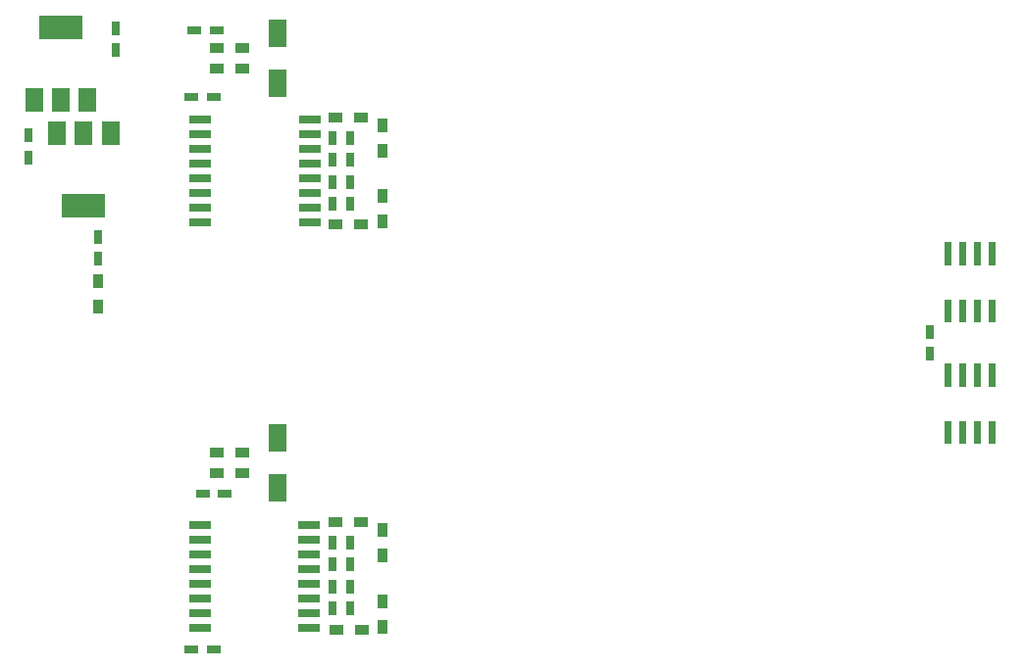
<source format=gbr>
%TF.GenerationSoftware,KiCad,Pcbnew,(5.1.10)-1*%
%TF.CreationDate,2022-06-03T10:18:56+01:00*%
%TF.ProjectId,GTI_V3,4754495f-5633-42e6-9b69-6361645f7063,rev?*%
%TF.SameCoordinates,Original*%
%TF.FileFunction,Paste,Top*%
%TF.FilePolarity,Positive*%
%FSLAX46Y46*%
G04 Gerber Fmt 4.6, Leading zero omitted, Abs format (unit mm)*
G04 Created by KiCad (PCBNEW (5.1.10)-1) date 2022-06-03 10:18:56*
%MOMM*%
%LPD*%
G01*
G04 APERTURE LIST*
%ADD10R,1.200000X0.750000*%
%ADD11R,3.800000X2.000000*%
%ADD12R,1.500000X2.000000*%
%ADD13R,0.900000X1.200000*%
%ADD14R,0.750000X1.200000*%
%ADD15R,1.922000X0.700000*%
%ADD16R,1.200000X0.900000*%
%ADD17R,1.550000X2.350000*%
G04 APERTURE END LIST*
D10*
%TO.C,C29*%
X126450000Y-63000000D03*
X124550000Y-63000000D03*
%TD*%
%TO.C,C28*%
X127200000Y-103000000D03*
X125300000Y-103000000D03*
%TD*%
D11*
%TO.C,U2*%
X115000000Y-78150000D03*
D12*
X115000000Y-71850000D03*
X112700000Y-71850000D03*
X117300000Y-71850000D03*
%TD*%
D11*
%TO.C,U1*%
X113000000Y-62700000D03*
D12*
X113000000Y-69000000D03*
X115300000Y-69000000D03*
X110700000Y-69000000D03*
%TD*%
D13*
%TO.C,R27*%
X116250000Y-84650000D03*
X116250000Y-86850000D03*
%TD*%
D14*
%TO.C,C3*%
X110250000Y-72050000D03*
X110250000Y-73950000D03*
%TD*%
%TO.C,C2*%
X116250000Y-80800000D03*
X116250000Y-82700000D03*
%TD*%
%TO.C,C1*%
X117750000Y-62800000D03*
X117750000Y-64700000D03*
%TD*%
%TO.C,C16*%
X138000000Y-109150000D03*
X138000000Y-107250000D03*
%TD*%
%TO.C,U3*%
G36*
G01*
X193147000Y-86240000D02*
X193663000Y-86240000D01*
G75*
G02*
X193705000Y-86282000I0J-42000D01*
G01*
X193705000Y-88168000D01*
G75*
G02*
X193663000Y-88210000I-42000J0D01*
G01*
X193147000Y-88210000D01*
G75*
G02*
X193105000Y-88168000I0J42000D01*
G01*
X193105000Y-86282000D01*
G75*
G02*
X193147000Y-86240000I42000J0D01*
G01*
G37*
G36*
G01*
X191877000Y-86240000D02*
X192393000Y-86240000D01*
G75*
G02*
X192435000Y-86282000I0J-42000D01*
G01*
X192435000Y-88168000D01*
G75*
G02*
X192393000Y-88210000I-42000J0D01*
G01*
X191877000Y-88210000D01*
G75*
G02*
X191835000Y-88168000I0J42000D01*
G01*
X191835000Y-86282000D01*
G75*
G02*
X191877000Y-86240000I42000J0D01*
G01*
G37*
G36*
G01*
X190607000Y-86240000D02*
X191123000Y-86240000D01*
G75*
G02*
X191165000Y-86282000I0J-42000D01*
G01*
X191165000Y-88168000D01*
G75*
G02*
X191123000Y-88210000I-42000J0D01*
G01*
X190607000Y-88210000D01*
G75*
G02*
X190565000Y-88168000I0J42000D01*
G01*
X190565000Y-86282000D01*
G75*
G02*
X190607000Y-86240000I42000J0D01*
G01*
G37*
G36*
G01*
X189337000Y-86240000D02*
X189853000Y-86240000D01*
G75*
G02*
X189895000Y-86282000I0J-42000D01*
G01*
X189895000Y-88168000D01*
G75*
G02*
X189853000Y-88210000I-42000J0D01*
G01*
X189337000Y-88210000D01*
G75*
G02*
X189295000Y-88168000I0J42000D01*
G01*
X189295000Y-86282000D01*
G75*
G02*
X189337000Y-86240000I42000J0D01*
G01*
G37*
G36*
G01*
X189337000Y-81290000D02*
X189853000Y-81290000D01*
G75*
G02*
X189895000Y-81332000I0J-42000D01*
G01*
X189895000Y-83218000D01*
G75*
G02*
X189853000Y-83260000I-42000J0D01*
G01*
X189337000Y-83260000D01*
G75*
G02*
X189295000Y-83218000I0J42000D01*
G01*
X189295000Y-81332000D01*
G75*
G02*
X189337000Y-81290000I42000J0D01*
G01*
G37*
G36*
G01*
X190607000Y-81290000D02*
X191123000Y-81290000D01*
G75*
G02*
X191165000Y-81332000I0J-42000D01*
G01*
X191165000Y-83218000D01*
G75*
G02*
X191123000Y-83260000I-42000J0D01*
G01*
X190607000Y-83260000D01*
G75*
G02*
X190565000Y-83218000I0J42000D01*
G01*
X190565000Y-81332000D01*
G75*
G02*
X190607000Y-81290000I42000J0D01*
G01*
G37*
G36*
G01*
X191877000Y-81290000D02*
X192393000Y-81290000D01*
G75*
G02*
X192435000Y-81332000I0J-42000D01*
G01*
X192435000Y-83218000D01*
G75*
G02*
X192393000Y-83260000I-42000J0D01*
G01*
X191877000Y-83260000D01*
G75*
G02*
X191835000Y-83218000I0J42000D01*
G01*
X191835000Y-81332000D01*
G75*
G02*
X191877000Y-81290000I42000J0D01*
G01*
G37*
G36*
G01*
X193147000Y-81290000D02*
X193663000Y-81290000D01*
G75*
G02*
X193705000Y-81332000I0J-42000D01*
G01*
X193705000Y-83218000D01*
G75*
G02*
X193663000Y-83260000I-42000J0D01*
G01*
X193147000Y-83260000D01*
G75*
G02*
X193105000Y-83218000I0J42000D01*
G01*
X193105000Y-81332000D01*
G75*
G02*
X193147000Y-81290000I42000J0D01*
G01*
G37*
%TD*%
%TO.C,U4*%
G36*
G01*
X189853000Y-93760000D02*
X189337000Y-93760000D01*
G75*
G02*
X189295000Y-93718000I0J42000D01*
G01*
X189295000Y-91832000D01*
G75*
G02*
X189337000Y-91790000I42000J0D01*
G01*
X189853000Y-91790000D01*
G75*
G02*
X189895000Y-91832000I0J-42000D01*
G01*
X189895000Y-93718000D01*
G75*
G02*
X189853000Y-93760000I-42000J0D01*
G01*
G37*
G36*
G01*
X191123000Y-93760000D02*
X190607000Y-93760000D01*
G75*
G02*
X190565000Y-93718000I0J42000D01*
G01*
X190565000Y-91832000D01*
G75*
G02*
X190607000Y-91790000I42000J0D01*
G01*
X191123000Y-91790000D01*
G75*
G02*
X191165000Y-91832000I0J-42000D01*
G01*
X191165000Y-93718000D01*
G75*
G02*
X191123000Y-93760000I-42000J0D01*
G01*
G37*
G36*
G01*
X192393000Y-93760000D02*
X191877000Y-93760000D01*
G75*
G02*
X191835000Y-93718000I0J42000D01*
G01*
X191835000Y-91832000D01*
G75*
G02*
X191877000Y-91790000I42000J0D01*
G01*
X192393000Y-91790000D01*
G75*
G02*
X192435000Y-91832000I0J-42000D01*
G01*
X192435000Y-93718000D01*
G75*
G02*
X192393000Y-93760000I-42000J0D01*
G01*
G37*
G36*
G01*
X193663000Y-93760000D02*
X193147000Y-93760000D01*
G75*
G02*
X193105000Y-93718000I0J42000D01*
G01*
X193105000Y-91832000D01*
G75*
G02*
X193147000Y-91790000I42000J0D01*
G01*
X193663000Y-91790000D01*
G75*
G02*
X193705000Y-91832000I0J-42000D01*
G01*
X193705000Y-93718000D01*
G75*
G02*
X193663000Y-93760000I-42000J0D01*
G01*
G37*
G36*
G01*
X193663000Y-98710000D02*
X193147000Y-98710000D01*
G75*
G02*
X193105000Y-98668000I0J42000D01*
G01*
X193105000Y-96782000D01*
G75*
G02*
X193147000Y-96740000I42000J0D01*
G01*
X193663000Y-96740000D01*
G75*
G02*
X193705000Y-96782000I0J-42000D01*
G01*
X193705000Y-98668000D01*
G75*
G02*
X193663000Y-98710000I-42000J0D01*
G01*
G37*
G36*
G01*
X192393000Y-98710000D02*
X191877000Y-98710000D01*
G75*
G02*
X191835000Y-98668000I0J42000D01*
G01*
X191835000Y-96782000D01*
G75*
G02*
X191877000Y-96740000I42000J0D01*
G01*
X192393000Y-96740000D01*
G75*
G02*
X192435000Y-96782000I0J-42000D01*
G01*
X192435000Y-98668000D01*
G75*
G02*
X192393000Y-98710000I-42000J0D01*
G01*
G37*
G36*
G01*
X191123000Y-98710000D02*
X190607000Y-98710000D01*
G75*
G02*
X190565000Y-98668000I0J42000D01*
G01*
X190565000Y-96782000D01*
G75*
G02*
X190607000Y-96740000I42000J0D01*
G01*
X191123000Y-96740000D01*
G75*
G02*
X191165000Y-96782000I0J-42000D01*
G01*
X191165000Y-98668000D01*
G75*
G02*
X191123000Y-98710000I-42000J0D01*
G01*
G37*
G36*
G01*
X189853000Y-98710000D02*
X189337000Y-98710000D01*
G75*
G02*
X189295000Y-98668000I0J42000D01*
G01*
X189295000Y-96782000D01*
G75*
G02*
X189337000Y-96740000I42000J0D01*
G01*
X189853000Y-96740000D01*
G75*
G02*
X189895000Y-96782000I0J-42000D01*
G01*
X189895000Y-98668000D01*
G75*
G02*
X189853000Y-98710000I-42000J0D01*
G01*
G37*
%TD*%
D15*
%TO.C,IC2*%
X134428000Y-114640000D03*
X134428000Y-113370000D03*
X134428000Y-112100000D03*
X134428000Y-110830000D03*
X134428000Y-109560000D03*
X134428000Y-108290000D03*
X134428000Y-107020000D03*
X134428000Y-105750000D03*
X125000000Y-105750000D03*
X125000000Y-107020000D03*
X125000000Y-108290000D03*
X125000000Y-109560000D03*
X125000000Y-110830000D03*
X125000000Y-112100000D03*
X125000000Y-113370000D03*
X125000000Y-114640000D03*
%TD*%
D14*
%TO.C,C18*%
X138000000Y-112950000D03*
X138000000Y-111050000D03*
%TD*%
%TO.C,C17*%
X136500000Y-112950000D03*
X136500000Y-111050000D03*
%TD*%
D10*
%TO.C,C21*%
X124300000Y-116500000D03*
X126200000Y-116500000D03*
%TD*%
D16*
%TO.C,R24*%
X136800000Y-114750000D03*
X139000000Y-114750000D03*
%TD*%
D13*
%TO.C,R23*%
X140750000Y-108350000D03*
X140750000Y-106150000D03*
%TD*%
%TO.C,R26*%
X140750000Y-112300000D03*
X140750000Y-114500000D03*
%TD*%
D17*
%TO.C,D2*%
X131750000Y-102500000D03*
X131750000Y-98200000D03*
%TD*%
D16*
%TO.C,R20*%
X126500000Y-101250000D03*
X128700000Y-101250000D03*
%TD*%
%TO.C,R19*%
X126500000Y-99500000D03*
X128700000Y-99500000D03*
%TD*%
%TO.C,R21*%
X136750000Y-105500000D03*
X138950000Y-105500000D03*
%TD*%
D10*
%TO.C,C12*%
X124300000Y-68750000D03*
X126200000Y-68750000D03*
%TD*%
D14*
%TO.C,C15*%
X136500000Y-109150000D03*
X136500000Y-107250000D03*
%TD*%
D13*
%TO.C,R8*%
X140750000Y-79500000D03*
X140750000Y-77300000D03*
%TD*%
D16*
%TO.C,R6*%
X138950000Y-79750000D03*
X136750000Y-79750000D03*
%TD*%
D13*
%TO.C,R5*%
X140750000Y-71150000D03*
X140750000Y-73350000D03*
%TD*%
D16*
%TO.C,R3*%
X138950000Y-70500000D03*
X136750000Y-70500000D03*
%TD*%
%TO.C,R2*%
X128700000Y-66250000D03*
X126500000Y-66250000D03*
%TD*%
%TO.C,R1*%
X128700000Y-64500000D03*
X126500000Y-64500000D03*
%TD*%
D14*
%TO.C,C9*%
X138000000Y-76050000D03*
X138000000Y-77950000D03*
%TD*%
%TO.C,C8*%
X136500000Y-76050000D03*
X136500000Y-77950000D03*
%TD*%
%TO.C,C7*%
X188000000Y-90950000D03*
X188000000Y-89050000D03*
%TD*%
%TO.C,C6*%
X138000000Y-72250000D03*
X138000000Y-74150000D03*
%TD*%
%TO.C,C5*%
X136500000Y-72250000D03*
X136500000Y-74150000D03*
%TD*%
D17*
%TO.C,D1*%
X131750000Y-63200000D03*
X131750000Y-67500000D03*
%TD*%
D15*
%TO.C,IC1*%
X125072000Y-79560000D03*
X125072000Y-78290000D03*
X125072000Y-77020000D03*
X125072000Y-75750000D03*
X125072000Y-74480000D03*
X125072000Y-73210000D03*
X125072000Y-71940000D03*
X125072000Y-70670000D03*
X134500000Y-70670000D03*
X134500000Y-71940000D03*
X134500000Y-73210000D03*
X134500000Y-74480000D03*
X134500000Y-75750000D03*
X134500000Y-77020000D03*
X134500000Y-78290000D03*
X134500000Y-79560000D03*
%TD*%
M02*

</source>
